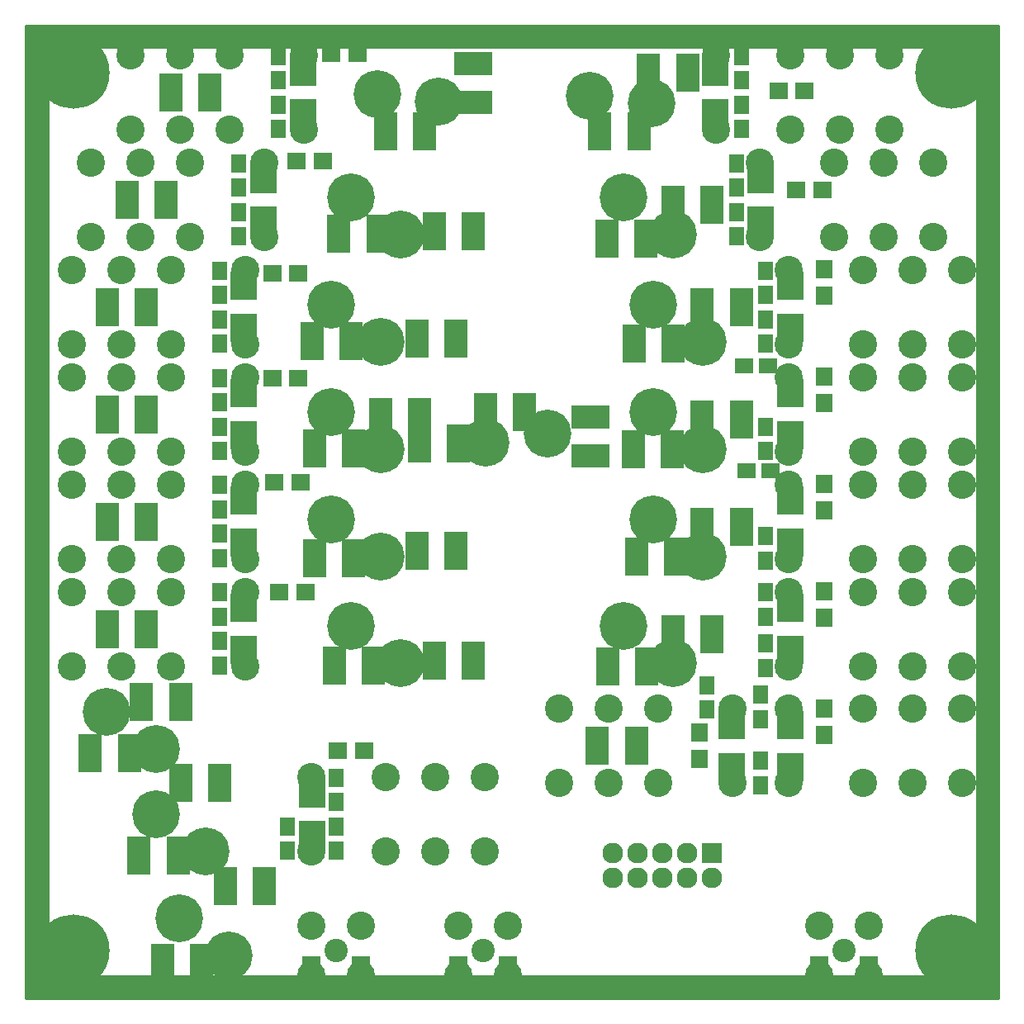
<source format=gbs>
G04 #@! TF.FileFunction,Soldermask,Bot*
%FSLAX46Y46*%
G04 Gerber Fmt 4.6, Leading zero omitted, Abs format (unit mm)*
G04 Created by KiCad (PCBNEW 4.0.7) date 07/05/18 17:42:08*
%MOMM*%
%LPD*%
G01*
G04 APERTURE LIST*
%ADD10C,0.100000*%
%ADD11C,4.900000*%
%ADD12R,2.127200X2.127200*%
%ADD13O,2.127200X2.127200*%
%ADD14C,2.900000*%
%ADD15R,1.650000X1.900000*%
%ADD16R,1.900000X1.650000*%
%ADD17C,2.398980*%
%ADD18C,2.899360*%
%ADD19C,7.400000*%
%ADD20R,2.400000X3.900000*%
%ADD21R,2.700000X2.900000*%
%ADD22R,1.900000X1.700000*%
%ADD23R,1.700000X1.900000*%
%ADD24R,3.900000X2.400000*%
%ADD25R,1.900000X4.400000*%
%ADD26C,0.254000*%
G04 APERTURE END LIST*
D10*
D11*
X112965295Y-52370148D03*
X119269705Y-53129705D03*
X91165295Y-52170148D03*
X97469705Y-52929705D03*
X116460000Y-62730000D03*
X121540000Y-66540000D03*
X119460000Y-84730000D03*
X124540000Y-88540000D03*
D12*
X125500000Y-130000000D03*
D13*
X125500000Y-132540000D03*
X122960000Y-130000000D03*
X122960000Y-132540000D03*
X120420000Y-130000000D03*
X120420000Y-132540000D03*
X117880000Y-130000000D03*
X117880000Y-132540000D03*
X115340000Y-130000000D03*
X115340000Y-132540000D03*
D14*
X133380000Y-70190000D03*
X133380000Y-77810000D03*
X141000000Y-70190000D03*
X141000000Y-77810000D03*
X146080000Y-70190000D03*
X146080000Y-77810000D03*
X151160000Y-70190000D03*
X151160000Y-77810000D03*
D15*
X130500000Y-120500000D03*
X130500000Y-123000000D03*
D11*
X119460000Y-95730000D03*
X124540000Y-99540000D03*
D14*
X127620000Y-122810000D03*
X127620000Y-115190000D03*
X120000000Y-122810000D03*
X120000000Y-115190000D03*
X114920000Y-122810000D03*
X114920000Y-115190000D03*
X109840000Y-122810000D03*
X109840000Y-115190000D03*
X83620000Y-55810000D03*
X83620000Y-48190000D03*
X76000000Y-55810000D03*
X76000000Y-48190000D03*
X70920000Y-55810000D03*
X70920000Y-48190000D03*
X65840000Y-55810000D03*
X65840000Y-48190000D03*
X133380000Y-103190000D03*
X133380000Y-110810000D03*
X141000000Y-103190000D03*
X141000000Y-110810000D03*
X146080000Y-103190000D03*
X146080000Y-110810000D03*
X151160000Y-103190000D03*
X151160000Y-110810000D03*
D11*
X86460000Y-95730000D03*
X91540000Y-99540000D03*
D15*
X81000000Y-48250000D03*
X81000000Y-50750000D03*
X77000000Y-59250000D03*
X77000000Y-61750000D03*
X75000000Y-70250000D03*
X75000000Y-72750000D03*
X75000000Y-81250000D03*
X75000000Y-83750000D03*
X75000000Y-92250000D03*
X75000000Y-94750000D03*
X75000000Y-103250000D03*
X75000000Y-105750000D03*
X81000000Y-55750000D03*
X81000000Y-53250000D03*
X128000000Y-66750000D03*
X128000000Y-64250000D03*
X75000000Y-77750000D03*
X75000000Y-75250000D03*
X75000000Y-88750000D03*
X75000000Y-86250000D03*
X75000000Y-99750000D03*
X75000000Y-97250000D03*
X75000000Y-110750000D03*
X75000000Y-108250000D03*
X128500000Y-50750000D03*
X128500000Y-48250000D03*
X128000000Y-61750000D03*
X128000000Y-59250000D03*
X131000000Y-72750000D03*
X131000000Y-70250000D03*
D16*
X128750000Y-80000000D03*
X131250000Y-80000000D03*
X129000000Y-90750000D03*
X131500000Y-90750000D03*
D15*
X131000000Y-105750000D03*
X131000000Y-103250000D03*
X128500000Y-55750000D03*
X128500000Y-53250000D03*
X77000000Y-66750000D03*
X77000000Y-64250000D03*
X131000000Y-77750000D03*
X131000000Y-75250000D03*
X131000000Y-88750000D03*
X131000000Y-86250000D03*
X131000000Y-100000000D03*
X131000000Y-97500000D03*
X131000000Y-111000000D03*
X131000000Y-108500000D03*
X82000000Y-129750000D03*
X82000000Y-127250000D03*
X87000000Y-129750000D03*
X87000000Y-127250000D03*
D17*
X102000000Y-140000000D03*
D18*
X104540000Y-137460000D03*
X104540000Y-142540000D03*
X99460000Y-142540000D03*
X99460000Y-137460000D03*
D17*
X139000000Y-140000000D03*
D18*
X141540000Y-137460000D03*
X141540000Y-142540000D03*
X136460000Y-142540000D03*
X136460000Y-137460000D03*
D19*
X60000000Y-50000000D03*
X150000000Y-140000000D03*
X60000000Y-140000000D03*
X150000000Y-50000000D03*
D17*
X87000000Y-140000000D03*
D18*
X89540000Y-137460000D03*
X89540000Y-142540000D03*
X84460000Y-142540000D03*
X84460000Y-137460000D03*
D11*
X86460000Y-84730000D03*
X91540000Y-88540000D03*
X75940000Y-140470000D03*
X70860000Y-136660000D03*
X88460000Y-62730000D03*
X93540000Y-66540000D03*
X86460000Y-73730000D03*
X91540000Y-77540000D03*
X88460000Y-106730000D03*
X93540000Y-110540000D03*
X73540000Y-129770000D03*
X68460000Y-125960000D03*
X119460000Y-73730000D03*
X124540000Y-77540000D03*
X116460000Y-106730000D03*
X121540000Y-110540000D03*
X68540000Y-119270000D03*
X63460000Y-115460000D03*
D14*
X84380000Y-122190000D03*
X84380000Y-129810000D03*
X92000000Y-122190000D03*
X92000000Y-129810000D03*
X97080000Y-122190000D03*
X97080000Y-129810000D03*
X102160000Y-122190000D03*
X102160000Y-129810000D03*
X79620000Y-66810000D03*
X79620000Y-59190000D03*
X72000000Y-66810000D03*
X72000000Y-59190000D03*
X66920000Y-66810000D03*
X66920000Y-59190000D03*
X61840000Y-66810000D03*
X61840000Y-59190000D03*
X77620000Y-77810000D03*
X77620000Y-70190000D03*
X70000000Y-77810000D03*
X70000000Y-70190000D03*
X64920000Y-77810000D03*
X64920000Y-70190000D03*
X59840000Y-77810000D03*
X59840000Y-70190000D03*
X77620000Y-88810000D03*
X77620000Y-81190000D03*
X70000000Y-88810000D03*
X70000000Y-81190000D03*
X64920000Y-88810000D03*
X64920000Y-81190000D03*
X59840000Y-88810000D03*
X59840000Y-81190000D03*
X77620000Y-99810000D03*
X77620000Y-92190000D03*
X70000000Y-99810000D03*
X70000000Y-92190000D03*
X64920000Y-99810000D03*
X64920000Y-92190000D03*
X59840000Y-99810000D03*
X59840000Y-92190000D03*
X77620000Y-110810000D03*
X77620000Y-103190000D03*
X70000000Y-110810000D03*
X70000000Y-103190000D03*
X64920000Y-110810000D03*
X64920000Y-103190000D03*
X59840000Y-110810000D03*
X59840000Y-103190000D03*
X125880000Y-48190000D03*
X125880000Y-55810000D03*
X133500000Y-48190000D03*
X133500000Y-55810000D03*
X138580000Y-48190000D03*
X138580000Y-55810000D03*
X143660000Y-48190000D03*
X143660000Y-55810000D03*
X130380000Y-59190000D03*
X130380000Y-66810000D03*
X138000000Y-59190000D03*
X138000000Y-66810000D03*
X143080000Y-59190000D03*
X143080000Y-66810000D03*
X148160000Y-59190000D03*
X148160000Y-66810000D03*
X133380000Y-81190000D03*
X133380000Y-88810000D03*
X141000000Y-81190000D03*
X141000000Y-88810000D03*
X146080000Y-81190000D03*
X146080000Y-88810000D03*
X151160000Y-81190000D03*
X151160000Y-88810000D03*
X133380000Y-92190000D03*
X133380000Y-99810000D03*
X141000000Y-92190000D03*
X141000000Y-99810000D03*
X146080000Y-92190000D03*
X146080000Y-99810000D03*
X151160000Y-92190000D03*
X151160000Y-99810000D03*
D15*
X87000000Y-122250000D03*
X87000000Y-124750000D03*
X125000000Y-115250000D03*
X125000000Y-112750000D03*
D20*
X117750000Y-119000000D03*
X113750000Y-119000000D03*
D15*
X130500000Y-113750000D03*
X130500000Y-116250000D03*
D14*
X133380000Y-115190000D03*
X133380000Y-122810000D03*
X141000000Y-115190000D03*
X141000000Y-122810000D03*
X146080000Y-115190000D03*
X146080000Y-122810000D03*
X151160000Y-115190000D03*
X151160000Y-122810000D03*
D21*
X84500000Y-128150000D03*
X84500000Y-123850000D03*
X125800000Y-54150000D03*
X125800000Y-49850000D03*
X83600000Y-54150000D03*
X83600000Y-49850000D03*
X79500000Y-65150000D03*
X79500000Y-60850000D03*
X77500000Y-76150000D03*
X77500000Y-71850000D03*
X77500000Y-87150000D03*
X77500000Y-82850000D03*
X77500000Y-98150000D03*
X77500000Y-93850000D03*
X77500000Y-109150000D03*
X77500000Y-104850000D03*
X127500000Y-121150000D03*
X127500000Y-116850000D03*
X130500000Y-65150000D03*
X130500000Y-60850000D03*
X133500000Y-87150000D03*
X133500000Y-82850000D03*
X133500000Y-98150000D03*
X133500000Y-93850000D03*
X133500000Y-109150000D03*
X133500000Y-104850000D03*
X133500000Y-121150000D03*
X133500000Y-116850000D03*
X133500000Y-76150000D03*
X133500000Y-71850000D03*
D11*
X102305923Y-87898026D03*
X108592102Y-87000000D03*
D22*
X86450000Y-48000000D03*
X89150000Y-48000000D03*
X82900000Y-59000000D03*
X85600000Y-59000000D03*
X80400000Y-70500000D03*
X83100000Y-70500000D03*
X80400000Y-81250000D03*
X83100000Y-81250000D03*
X80650000Y-92000000D03*
X83350000Y-92000000D03*
X81150000Y-103250000D03*
X83850000Y-103250000D03*
D23*
X124200000Y-117650000D03*
X124200000Y-120350000D03*
D22*
X135000000Y-51800000D03*
X132300000Y-51800000D03*
X136850000Y-62000000D03*
X134150000Y-62000000D03*
D23*
X137000000Y-70150000D03*
X137000000Y-72850000D03*
X137000000Y-83850000D03*
X137000000Y-81150000D03*
X137000000Y-94850000D03*
X137000000Y-92150000D03*
X137000000Y-105850000D03*
X137000000Y-103150000D03*
X137000000Y-117850000D03*
X137000000Y-115150000D03*
D22*
X87150000Y-119500000D03*
X89850000Y-119500000D03*
D20*
X63500000Y-85000000D03*
X67500000Y-85000000D03*
X84750000Y-88500000D03*
X88750000Y-88500000D03*
X73200000Y-141200000D03*
X69200000Y-141200000D03*
X95500000Y-85250000D03*
X91500000Y-85250000D03*
X70000000Y-52000000D03*
X74000000Y-52000000D03*
X65500000Y-63000000D03*
X69500000Y-63000000D03*
X63500000Y-74000000D03*
X67500000Y-74000000D03*
X63500000Y-96000000D03*
X67500000Y-96000000D03*
X63500000Y-107000000D03*
X67500000Y-107000000D03*
X79600000Y-133400000D03*
X75600000Y-133400000D03*
X92000000Y-56000000D03*
X96000000Y-56000000D03*
X87250000Y-66500000D03*
X91250000Y-66500000D03*
X84500000Y-77500000D03*
X88500000Y-77500000D03*
X84750000Y-99750000D03*
X88750000Y-99750000D03*
X86750000Y-110750000D03*
X90750000Y-110750000D03*
X70750000Y-130250000D03*
X66750000Y-130250000D03*
X95500000Y-88000000D03*
X99500000Y-88000000D03*
D24*
X101000000Y-49000000D03*
X101000000Y-53000000D03*
D20*
X101000000Y-66250000D03*
X97000000Y-66250000D03*
X99250000Y-77250000D03*
X95250000Y-77250000D03*
X102250000Y-84750000D03*
X106250000Y-84750000D03*
X99250000Y-99000000D03*
X95250000Y-99000000D03*
X101000000Y-110250000D03*
X97000000Y-110250000D03*
X75000000Y-122750000D03*
X71000000Y-122750000D03*
X114000000Y-56000000D03*
X118000000Y-56000000D03*
X114750000Y-67000000D03*
X118750000Y-67000000D03*
X117500000Y-77750000D03*
X121500000Y-77750000D03*
D24*
X113000000Y-89250000D03*
X113000000Y-85250000D03*
D20*
X117750000Y-99600000D03*
X121750000Y-99600000D03*
X114800000Y-110800000D03*
X118800000Y-110800000D03*
X65750000Y-119750000D03*
X61750000Y-119750000D03*
X123000000Y-50000000D03*
X119000000Y-50000000D03*
X125500000Y-63500000D03*
X121500000Y-63500000D03*
X128500000Y-74000000D03*
X124500000Y-74000000D03*
X128500000Y-96500000D03*
X124500000Y-96500000D03*
X125500000Y-107500000D03*
X121500000Y-107500000D03*
X117400000Y-88600000D03*
X121400000Y-88600000D03*
X128500000Y-85500000D03*
X124500000Y-85500000D03*
X67000000Y-114500000D03*
X71000000Y-114500000D03*
D25*
X104540000Y-142800000D03*
X99460000Y-142800000D03*
X89540000Y-142800000D03*
X84460000Y-142800000D03*
X141540000Y-142800000D03*
X136460000Y-142800000D03*
D26*
G36*
X154873000Y-144873000D02*
X55127000Y-144873000D01*
X55127000Y-47500000D01*
X57373000Y-47500000D01*
X57373000Y-142500000D01*
X57383006Y-142549410D01*
X57411447Y-142591035D01*
X57453841Y-142618315D01*
X57500000Y-142627000D01*
X152500000Y-142627000D01*
X152549410Y-142616994D01*
X152591035Y-142588553D01*
X152618315Y-142546159D01*
X152627000Y-142500000D01*
X152627000Y-47500000D01*
X152616994Y-47450590D01*
X152588553Y-47408965D01*
X152546159Y-47381685D01*
X152500000Y-47373000D01*
X57500000Y-47373000D01*
X57450590Y-47383006D01*
X57408965Y-47411447D01*
X57381685Y-47453841D01*
X57373000Y-47500000D01*
X55127000Y-47500000D01*
X55127000Y-45127000D01*
X154873000Y-45127000D01*
X154873000Y-144873000D01*
X154873000Y-144873000D01*
G37*
X154873000Y-144873000D02*
X55127000Y-144873000D01*
X55127000Y-47500000D01*
X57373000Y-47500000D01*
X57373000Y-142500000D01*
X57383006Y-142549410D01*
X57411447Y-142591035D01*
X57453841Y-142618315D01*
X57500000Y-142627000D01*
X152500000Y-142627000D01*
X152549410Y-142616994D01*
X152591035Y-142588553D01*
X152618315Y-142546159D01*
X152627000Y-142500000D01*
X152627000Y-47500000D01*
X152616994Y-47450590D01*
X152588553Y-47408965D01*
X152546159Y-47381685D01*
X152500000Y-47373000D01*
X57500000Y-47373000D01*
X57450590Y-47383006D01*
X57408965Y-47411447D01*
X57381685Y-47453841D01*
X57373000Y-47500000D01*
X55127000Y-47500000D01*
X55127000Y-45127000D01*
X154873000Y-45127000D01*
X154873000Y-144873000D01*
M02*

</source>
